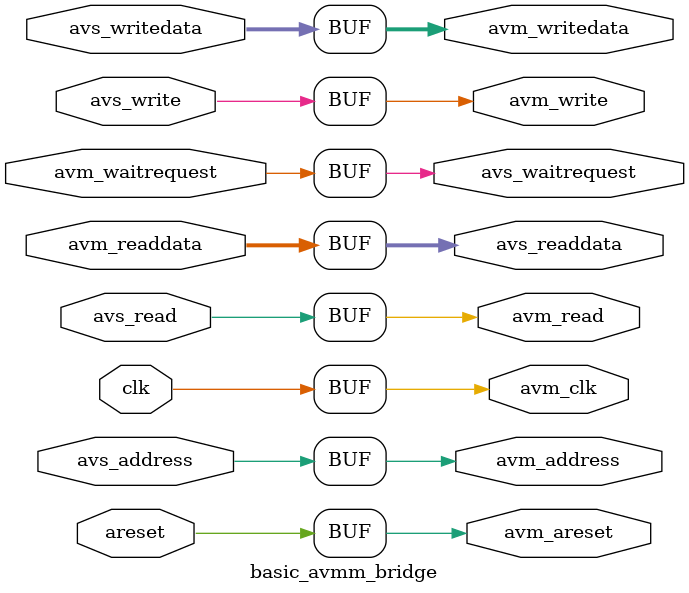
<source format=sv>


`timescale 1 ps / 1 ps
`default_nettype none


module basic_avmm_bridge #(
    ADDRESS_WIDTH = 1
) (
    input wire clk,
    input wire areset,
    
    input wire [ADDRESS_WIDTH-1:0] avs_address,
    output wire avs_waitrequest,
    input wire avs_read,
    input wire avs_write,
    output wire [31:0] avs_readdata,
    input wire [31:0] avs_writedata,
    
    output wire avm_clk,
    output wire avm_areset,
    output wire [ADDRESS_WIDTH-1:0] avm_address,
    input wire avm_waitrequest,
    output wire avm_read,
    output wire avm_write,
    input wire [31:0] avm_readdata,
    output wire [31:0] avm_writedata

);


    assign avm_clk = clk;
    assign avm_areset = areset;
    assign avm_address = avs_address;
    assign avs_waitrequest = avm_waitrequest;
    assign avm_read = avs_read;
    assign avm_write = avs_write;
    assign avs_readdata = avm_readdata;
    assign avm_writedata = avs_writedata;


endmodule

</source>
